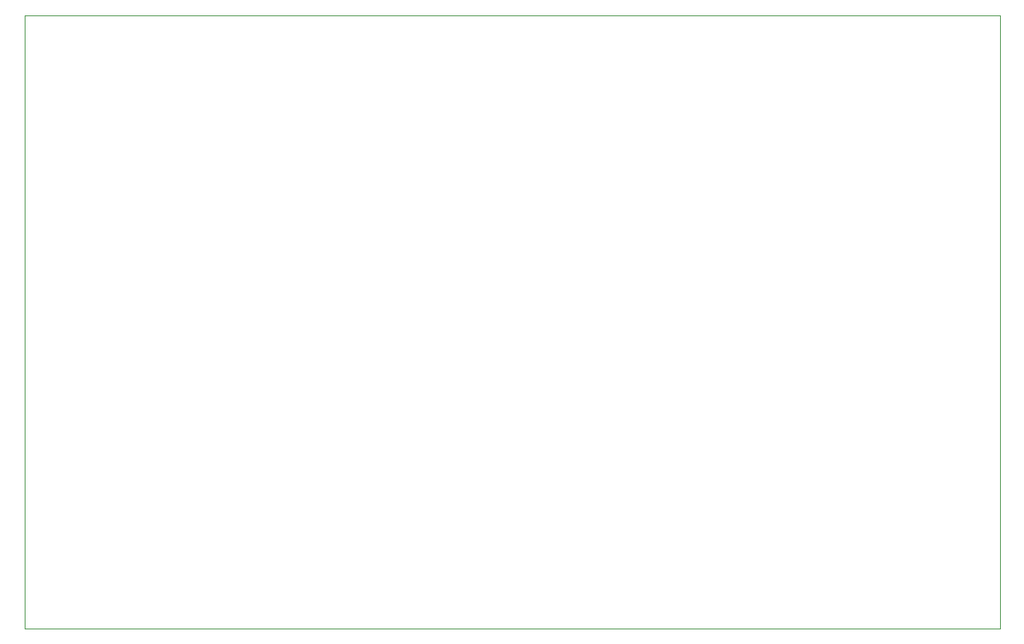
<source format=gbr>
G04*
G04 #@! TF.GenerationSoftware,Altium Limited,Altium Designer,22.4.2 (48)*
G04*
G04 Layer_Color=0*
%FSLAX25Y25*%
%MOIN*%
G70*
G04*
G04 #@! TF.SameCoordinates,F61A7644-D23D-4A37-B683-A49046494346*
G04*
G04*
G04 #@! TF.FilePolarity,Positive*
G04*
G01*
G75*
%ADD91C,0.00100*%
D91*
X0Y12D02*
X0Y265012D01*
X421000D01*
X421000Y11783D01*
Y12D01*
X0D01*
M02*

</source>
